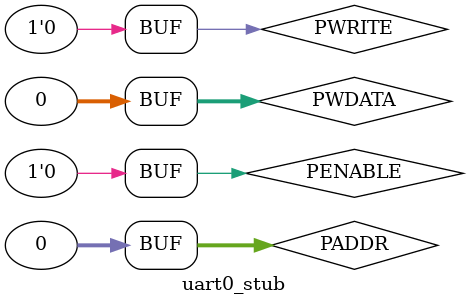
<source format=v>

module soc_top #(
    parameter BUS_WIDTH  = 32,
    parameter DATA_WIDTH = 32,
    parameter CPU_WIDTH  = 32
)(
    input                      aclk,
    input                      aresetn,
    input                      enable_delay,
    input  [22:0]              random_seed,
    // ram
    output                     sram_ren,
    output [BUS_WIDTH-1:0]     sram_raddr,
    input  [DATA_WIDTH-1:0]    sram_rdata,
    output [DATA_WIDTH/8-1:0]  sram_wen,
    output [BUS_WIDTH-1:0]     sram_waddr,
    output [DATA_WIDTH-1:0]    sram_wdata,
    // debug
    output [CPU_WIDTH-1:0]     debug0_wb_pc,
    output                     debug0_wb_rf_wen,
    output [4:0]               debug0_wb_rf_wnum,
    output [CPU_WIDTH-1:0]     debug0_wb_rf_wdata,
`ifdef CPU_2CMT
    output [CPU_WIDTH-1:0]     debug1_wb_pc,
    output                     debug1_wb_rf_wen,
    output [4:0]               debug1_wb_rf_wnum,
    output [CPU_WIDTH-1:0]     debug1_wb_rf_wdata,
`endif
    inout                      UART_RX,
    inout                      UART_TX,
    // confreg
    output [15:0]              led,
    output [1:0]               led_rg0,
    output [1:0]               led_rg1,
    output [7:0]               num_csn,
    output [6:0]               num_a_g,
    input  [7:0]               switch,
    output [3:0]               btn_key_col,
    input  [3:0]               btn_key_row,
    input  [1:0]               btn_step
);

  // simple defaults
  assign sram_ren   = 1'b0;
  assign sram_raddr = {BUS_WIDTH{1'b0}};
  assign sram_wen   = {DATA_WIDTH/8{1'b0}};
  assign sram_waddr = {BUS_WIDTH{1'b0}};
  assign sram_wdata = {DATA_WIDTH{1'b0}};

  assign debug0_wb_pc       = {CPU_WIDTH{1'b0}};
  assign debug0_wb_rf_wen   = 1'b0;
  assign debug0_wb_rf_wnum  = 5'd0;
  assign debug0_wb_rf_wdata = {CPU_WIDTH{1'b0}};
`ifdef CPU_2CMT
  assign debug1_wb_pc       = {CPU_WIDTH{1'b0}};
  assign debug1_wb_rf_wen   = 1'b0;
  assign debug1_wb_rf_wnum  = 5'd0;
  assign debug1_wb_rf_wdata = {CPU_WIDTH{1'b0}};
`endif

  assign UART_TX = 1'b1;

  assign led        = 16'h0;
  assign led_rg0    = 2'b0;
  assign led_rg1    = 2'b0;
  assign num_csn    = 8'hff;
  assign num_a_g    = 7'h7f;
  assign btn_key_col= 4'hf;

  // confreg structure expected by simu_top dotted reference
  confreg_stub confreg();

  // APB device hierarchy expected by simu_top dotted reference
  apb_dev_stub APB_DEV();

endmodule

// Minimal confreg stub with required fields
module confreg_stub;
  wire [31:0] num_data          = 32'h0;
  wire        open_trace        = 1'b0;
  wire        num_monitor       = 1'b0;
  wire [7:0]  confreg_uart_data = 8'h0;
  wire        write_uart_valid  = 1'b0;
endmodule

// Minimal APB device/uart stub to satisfy dotted access
module apb_dev_stub;
  uart0_stub uart0();
endmodule

module uart0_stub;
  wire [31:0] PWDATA  = 32'h0;
  wire [31:0] PADDR   = 32'h0;
  wire        PWRITE  = 1'b0;
  wire        PENABLE = 1'b0;
endmodule


</source>
